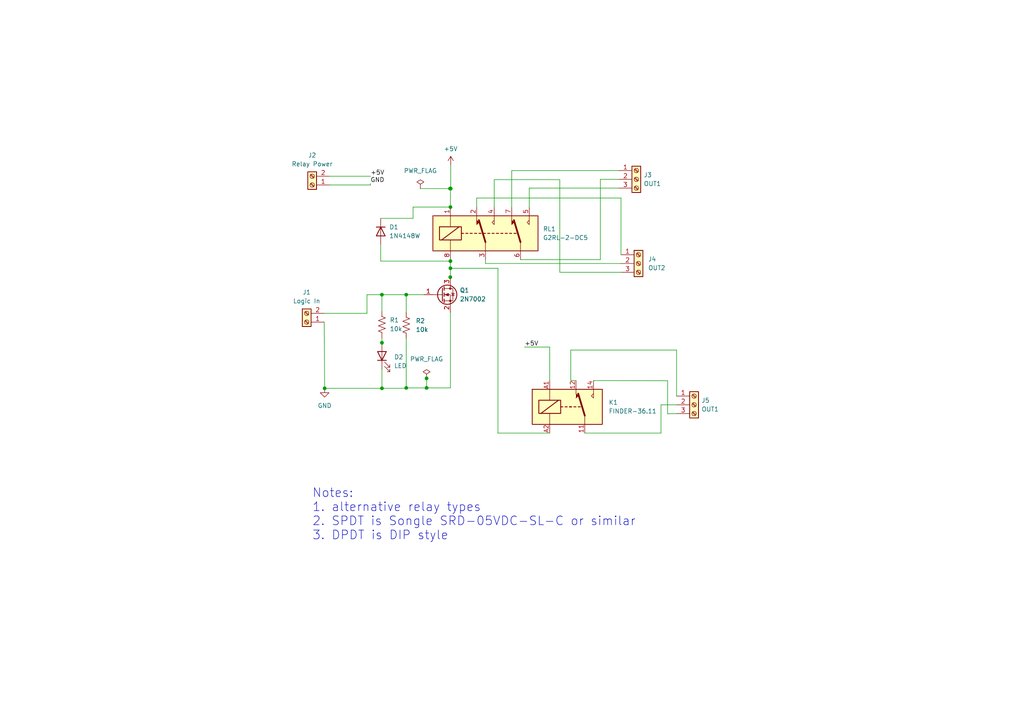
<source format=kicad_sch>
(kicad_sch (version 20211123) (generator eeschema)
  (paper "A4")
  (title_block (title "Single Relay DPDT") (date "2024-05-26") (rev "1.0"))
  (lib_symbols
    (symbol "Connector:Screw_Terminal_01x02" (pin_names (offset 1.016) hide)
      (property "Reference" "J" (at 0 2.54 0))
      (property "Value" "Screw_Terminal_01x02" (at 0 -5.08 0))
      (symbol "Screw_Terminal_01x02_1_1"
        (rectangle (start -1.27 1.27) (end 1.27 -3.81) (stroke (width 0.254)) (fill (type background)))
        (circle (center 0 -2.54) (radius 0.635) (stroke (width 0.1524)))
        (polyline (pts (xy -0.5334 -2.2098) (xy 0.3302 -3.048)) (stroke (width 0.1524)))
        (polyline (pts (xy -0.5334 0.3302) (xy 0.3302 -0.508)) (stroke (width 0.1524)))
        (polyline (pts (xy -0.3556 -2.032) (xy 0.508 -2.8702)) (stroke (width 0.1524)))
        (polyline (pts (xy -0.3556 0.508) (xy 0.508 -0.3302)) (stroke (width 0.1524)))
        (circle (center 0 0) (radius 0.635) (stroke (width 0.1524)))
        (pin passive line (at -5.08 0 0) (length 3.81) (name "Pin_1") (number "1"))
        (pin passive line (at -5.08 -2.54 0) (length 3.81) (name "Pin_2") (number "2"))
      )
    )
    (symbol "Connector:Screw_Terminal_01x03" (pin_names (offset 1.016) hide)
      (property "Reference" "J" (at 0 5.08 0))
      (property "Value" "Screw_Terminal_01x03" (at 0 -5.08 0))
      (symbol "Screw_Terminal_01x03_1_1"
        (rectangle (start -1.27 3.81) (end 1.27 -3.81) (stroke (width 0.254)) (fill (type background)))
        (circle (center 0 -2.54) (radius 0.635) (stroke (width 0.1524)))
        (polyline (pts (xy -0.5334 -2.2098) (xy 0.3302 -3.048)) (stroke (width 0.1524)))
        (polyline (pts (xy -0.5334 0.3302) (xy 0.3302 -0.508)) (stroke (width 0.1524)))
        (polyline (pts (xy -0.5334 2.8702) (xy 0.3302 2.032)) (stroke (width 0.1524)))
        (polyline (pts (xy -0.3556 -2.032) (xy 0.508 -2.8702)) (stroke (width 0.1524)))
        (polyline (pts (xy -0.3556 0.508) (xy 0.508 -0.3302)) (stroke (width 0.1524)))
        (polyline (pts (xy -0.3556 3.048) (xy 0.508 2.2098)) (stroke (width 0.1524)))
        (circle (center 0 0) (radius 0.635) (stroke (width 0.1524)))
        (circle (center 0 2.54) (radius 0.635) (stroke (width 0.1524)))
        (pin passive line (at -5.08 2.54 0) (length 3.81) (name "Pin_1") (number "1"))
        (pin passive line (at -5.08 0 0) (length 3.81) (name "Pin_2") (number "2"))
        (pin passive line (at -5.08 -2.54 0) (length 3.81) (name "Pin_3") (number "3"))
      )
    )
    (symbol "Device:LED" (pin_numbers hide) (pin_names (offset 1.016) hide)
      (property "Reference" "D" (at 0 2.54 0))
      (property "Value" "LED" (at 0 -2.54 0))
      (symbol "LED_0_1"
        (polyline (pts (xy -1.27 -1.27) (xy -1.27 1.27)) (stroke (width 0.254)))
        (polyline (pts (xy -1.27 0) (xy 1.27 0)))
        (polyline (pts (xy 1.27 -1.27) (xy 1.27 1.27) (xy -1.27 0) (xy 1.27 -1.27)) (stroke (width 0.254)))
        (polyline (pts (xy -3.048 -0.762) (xy -4.572 -2.286) (xy -3.81 -2.286) (xy -4.572 -2.286) (xy -4.572 -1.524)))
        (polyline (pts (xy -1.778 -0.762) (xy -3.302 -2.286) (xy -2.54 -2.286) (xy -3.302 -2.286) (xy -3.302 -1.524)))
      )
      (symbol "LED_1_1"
        (pin passive line (at -3.81 0 0) (length 2.54) (name "K") (number "1"))
        (pin passive line (at 3.81 0 180) (length 2.54) (name "A") (number "2"))
      )
    )
    (symbol "Device:R_US" (pin_numbers hide) (pin_names (offset 0))
      (property "Reference" "R" (at 2.54 0 90))
      (property "Value" "R_US" (at -2.54 0 90))
      (symbol "R_US_0_1"
        (polyline (pts (xy 0 -2.286) (xy 0 -2.54)))
        (polyline (pts (xy 0 2.286) (xy 0 2.54)))
        (polyline (pts (xy 0 -0.762) (xy 1.016 -1.143) (xy 0 -1.524) (xy -1.016 -1.905) (xy 0 -2.286)))
        (polyline (pts (xy 0 0.762) (xy 1.016 0.381) (xy 0 0) (xy -1.016 -0.381) (xy 0 -0.762)))
        (polyline (pts (xy 0 2.286) (xy 1.016 1.905) (xy 0 1.524) (xy -1.016 1.143) (xy 0 0.762)))
      )
      (symbol "R_US_1_1"
        (pin passive line (at 0 3.81 270) (length 1.27) (name "~") (number "1"))
        (pin passive line (at 0 -3.81 90) (length 1.27) (name "~") (number "2"))
      )
    )
    (symbol "Diode:1N4148W" (pin_numbers hide) (pin_names hide)
      (property "Reference" "D" (at 0 2.54 0))
      (property "Value" "1N4148W" (at 0 -2.54 0))
      (symbol "1N4148W_0_1"
        (polyline (pts (xy -1.27 1.27) (xy -1.27 -1.27)) (stroke (width 0.254)))
        (polyline (pts (xy 1.27 0) (xy -1.27 0)))
        (polyline (pts (xy 1.27 1.27) (xy 1.27 -1.27) (xy -1.27 0) (xy 1.27 1.27)) (stroke (width 0.254)))
      )
      (symbol "1N4148W_1_1"
        (pin passive line (at -3.81 0 0) (length 2.54) (name "K") (number "1"))
        (pin passive line (at 3.81 0 180) (length 2.54) (name "A") (number "2"))
      )
    )
    (symbol "Relay:FINDER-36.11"
      (property "Reference" "K" (at 11.43 3.81 0))
      (property "Value" "FINDER-36.11" (at 11.43 1.27 0))
      (symbol "FINDER-36.11_0_0"
        (polyline (pts (xy 2.54 3.81) (xy 2.54 5.08)))
        (polyline (pts (xy 7.62 3.81) (xy 7.62 5.08)))
        (polyline (pts (xy 7.62 3.81) (xy 7.62 2.54) (xy 6.985 3.175) (xy 7.62 3.81)))
      )
      (symbol "FINDER-36.11_0_1"
        (rectangle (start -10.16 5.08) (end 10.16 -5.08) (stroke (width 0.254)) (fill (type background)))
        (rectangle (start -8.255 1.905) (end -1.905 -1.905) (stroke (width 0.254)))
        (polyline (pts (xy -7.62 -1.905) (xy -2.54 1.905)) (stroke (width 0.254)))
        (polyline (pts (xy -5.08 -5.08) (xy -5.08 -1.905)))
        (polyline (pts (xy -5.08 5.08) (xy -5.08 1.905)))
        (polyline (pts (xy -1.905 0) (xy -1.27 0)) (stroke (width 0.254)))
        (polyline (pts (xy -0.635 0) (xy 0 0)) (stroke (width 0.254)))
        (polyline (pts (xy 0.635 0) (xy 1.27 0)) (stroke (width 0.254)))
        (polyline (pts (xy 0.635 0) (xy 1.27 0)) (stroke (width 0.254)))
        (polyline (pts (xy 1.905 0) (xy 2.54 0)) (stroke (width 0.254)))
        (polyline (pts (xy 3.175 0) (xy 3.81 0)) (stroke (width 0.254)))
        (polyline (pts (xy 5.08 -2.54) (xy 3.175 3.81)) (stroke (width 0.508)))
        (polyline (pts (xy 5.08 -2.54) (xy 5.08 -5.08)))
        (polyline (pts (xy 2.54 2.54) (xy 3.175 3.175) (xy 2.54 3.81)) (fill (type outline)))
      )
      (symbol "FINDER-36.11_1_1"
        (pin passive line (at 5.08 -7.62 90) (length 2.54) (name "~") (number "11"))
        (pin passive line (at 2.54 7.62 270) (length 2.54) (name "~") (number "12"))
        (pin passive line (at 7.62 7.62 270) (length 2.54) (name "~") (number "14"))
        (pin passive line (at -5.08 7.62 270) (length 2.54) (name "~") (number "A1"))
        (pin passive line (at -5.08 -7.62 90) (length 2.54) (name "~") (number "A2"))
      )
    )
    (symbol "Relay:G2RL-2-DC5"
      (property "Reference" "RL" (at 16.51 3.81 0))
      (property "Value" "G2RL-2-DC5" (at 16.51 1.27 0))
      (symbol "G2RL-2-DC5_0_1"
        (rectangle (start -15.24 5.08) (end 15.24 -5.08) (stroke (width 0.254)) (fill (type background)))
        (rectangle (start -13.335 1.905) (end -6.985 -1.905) (stroke (width 0.254)))
        (polyline (pts (xy -12.7 -1.905) (xy -7.62 1.905)) (stroke (width 0.254)))
        (polyline (pts (xy -10.16 -5.08) (xy -10.16 -1.905)))
        (polyline (pts (xy -10.16 5.08) (xy -10.16 1.905)))
        (polyline (pts (xy -6.985 0) (xy -6.35 0)) (stroke (width 0.254)))
        (polyline (pts (xy -5.715 0) (xy -5.08 0)) (stroke (width 0.254)))
        (polyline (pts (xy -4.445 0) (xy -3.81 0)) (stroke (width 0.254)))
        (polyline (pts (xy -3.175 0) (xy -2.54 0)) (stroke (width 0.254)))
        (polyline (pts (xy -1.905 0) (xy -1.27 0)) (stroke (width 0.254)))
        (polyline (pts (xy -0.635 0) (xy 0 0)) (stroke (width 0.254)))
        (polyline (pts (xy 0 -2.54) (xy -1.905 3.81)) (stroke (width 0.508)))
        (polyline (pts (xy 0 -2.54) (xy 0 -5.08)))
        (polyline (pts (xy 0.635 0) (xy 1.27 0)) (stroke (width 0.254)))
        (polyline (pts (xy 1.905 0) (xy 2.54 0)) (stroke (width 0.254)))
        (polyline (pts (xy 3.175 0) (xy 3.81 0)) (stroke (width 0.254)))
        (polyline (pts (xy 4.445 0) (xy 5.08 0)) (stroke (width 0.254)))
        (polyline (pts (xy 5.715 0) (xy 6.35 0)) (stroke (width 0.254)))
        (polyline (pts (xy 6.985 0) (xy 7.62 0)) (stroke (width 0.254)))
        (polyline (pts (xy 8.255 0) (xy 8.89 0)) (stroke (width 0.254)))
        (polyline (pts (xy 10.16 -2.54) (xy 8.255 3.81)) (stroke (width 0.508)))
        (polyline (pts (xy 10.16 -2.54) (xy 10.16 -5.08)))
        (polyline (pts (xy -2.54 5.08) (xy -2.54 2.54) (xy -1.905 3.175) (xy -2.54 3.81)) (fill (type outline)))
        (polyline (pts (xy 2.54 5.08) (xy 2.54 2.54) (xy 1.905 3.175) (xy 2.54 3.81)))
        (polyline (pts (xy 7.62 5.08) (xy 7.62 2.54) (xy 8.255 3.175) (xy 7.62 3.81)) (fill (type outline)))
        (polyline (pts (xy 12.7 5.08) (xy 12.7 2.54) (xy 12.065 3.175) (xy 12.7 3.81)))
      )
      (symbol "G2RL-2-DC5_1_1"
        (pin passive line (at -10.16 7.62 270) (length 2.54) (name "~") (number "1"))
        (pin passive line (at -2.54 7.62 270) (length 2.54) (name "~") (number "2"))
        (pin passive line (at 0 -7.62 90) (length 2.54) (name "~") (number "3"))
        (pin passive line (at 2.54 7.62 270) (length 2.54) (name "~") (number "4"))
        (pin passive line (at 12.7 7.62 270) (length 2.54) (name "~") (number "5"))
        (pin passive line (at 10.16 -7.62 90) (length 2.54) (name "~") (number "6"))
        (pin passive line (at 7.62 7.62 270) (length 2.54) (name "~") (number "7"))
        (pin passive line (at -10.16 -7.62 90) (length 2.54) (name "~") (number "8"))
      )
    )
    (symbol "Transistor_FET:2N7002" (pin_names hide)
      (property "Reference" "Q" (at 5.08 1.905 0))
      (property "Value" "2N7002" (at 5.08 0 0))
      (symbol "2N7002_0_1"
        (polyline (pts (xy 0.254 0) (xy -2.54 0)))
        (polyline (pts (xy 0.254 1.905) (xy 0.254 -1.905)) (stroke (width 0.254)))
        (polyline (pts (xy 0.762 -1.27) (xy 0.762 -2.286)) (stroke (width 0.254)))
        (polyline (pts (xy 0.762 0.508) (xy 0.762 -0.508)) (stroke (width 0.254)))
        (polyline (pts (xy 0.762 2.286) (xy 0.762 1.27)) (stroke (width 0.254)))
        (polyline (pts (xy 2.54 2.54) (xy 2.54 1.778)))
        (polyline (pts (xy 2.54 -2.54) (xy 2.54 0) (xy 0.762 0)))
        (polyline (pts (xy 0.762 -1.778) (xy 3.302 -1.778) (xy 3.302 1.778) (xy 0.762 1.778)))
        (polyline (pts (xy 1.016 0) (xy 2.032 0.381) (xy 2.032 -0.381) (xy 1.016 0)) (fill (type outline)))
        (polyline (pts (xy 2.794 0.508) (xy 2.921 0.381) (xy 3.683 0.381) (xy 3.81 0.254)))
        (polyline (pts (xy 3.302 0.381) (xy 2.921 -0.254) (xy 3.683 -0.254) (xy 3.302 0.381)))
        (circle (center 1.651 0) (radius 2.794) (stroke (width 0.254)))
        (circle (center 2.54 -1.778) (radius 0.254) (fill (type outline)))
        (circle (center 2.54 1.778) (radius 0.254) (fill (type outline)))
      )
      (symbol "2N7002_1_1"
        (pin input line (at -5.08 0 0) (length 2.54) (name "G") (number "1"))
        (pin passive line (at 2.54 -5.08 90) (length 2.54) (name "S") (number "2"))
        (pin passive line (at 2.54 5.08 270) (length 2.54) (name "D") (number "3"))
      )
    )
    (symbol "power:+5V" (power) (pin_names (offset 0))
      (property "Value" "+5V" (at 0 3.556 0))
      (symbol "+5V_0_1"
        (polyline (pts (xy -0.762 1.27) (xy 0 2.54)))
        (polyline (pts (xy 0 0) (xy 0 2.54)))
        (polyline (pts (xy 0 2.54) (xy 0.762 1.27)))
      )
      (symbol "+5V_1_1"
        (pin power_in line (at 0 0 90) (length 0) hide (name "+5V") (number "1"))
      )
    )
    (symbol "power:GND" (power) (pin_names (offset 0))
      (property "Value" "GND" (at 0 -3.81 0))
      (symbol "GND_0_1"
        (polyline (pts (xy 0 0) (xy 0 -1.27) (xy 1.27 -1.27) (xy 0 -2.54) (xy -1.27 -1.27) (xy 0 -1.27)))
      )
      (symbol "GND_1_1"
        (pin power_in line (at 0 0 270) (length 0) hide (name "GND") (number "1"))
      )
    )
    (symbol "power:PWR_FLAG" (power) (pin_numbers hide) (pin_names (offset 0) hide)
      (property "Value" "PWR_FLAG" (at 0 3.81 0))
      (symbol "PWR_FLAG_0_0"
        (pin power_out line (at 0 0 90) (length 0) (name "pwr") (number "1"))
      )
      (symbol "PWR_FLAG_0_1"
        (polyline (pts (xy 0 0) (xy 0 1.27) (xy -1.016 1.905) (xy 0 2.54) (xy 1.016 1.905) (xy 0 1.27)))
      )
    )
  )
  (junction (at 94.1574 112.6275))
  (junction (at 130.6424 60.0618))
  (junction (at 130.7294 54.6966))
  (junction (at 130.6424 77.8064))
  (junction (at 123.7223 109.7443))
  (junction (at 117.8243 112.5097))
  (junction (at 130.5952 80.3932))
  (junction (at 110.7778 112.6275))
  (junction (at 110.7686 85.4732))
  (junction (at 110.7778 99.4283))
  (junction (at 117.8243 85.4732))
  (junction (at 130.6424 54.6966))
  (junction (at 130.5288 54.6966))
  (junction (at 130.6424 75.7353))
  (junction (at 123.7347 112.5097))
  (wire (pts (xy 130.6423 90.5532) (xy 130.6423 112.5097)))
  (wire (pts (xy 117.8243 112.5097) (xy 117.8243 98.1431)))
  (wire (pts (xy 130.6424 75.3018) (xy 130.6424 75.7353)))
  (wire (pts (xy 165.5462 110.3726) (xy 167.0652 110.3726)))
  (wire (pts (xy 94.1574 112.6275) (xy 94.0308 93.4212)))
  (wire (pts (xy 130.5288 54.6966) (xy 130.6424 54.6966)))
  (wire (pts (xy 110.4185 75.7353) (xy 130.6424 75.7353)))
  (wire (pts (xy 169.6052 125.6126) (xy 191.7195 125.6126)))
  (wire (pts (xy 159.4452 125.6126) (xy 144.4329 125.6126)))
  (wire (pts (xy 153.5024 54.5552) (xy 179.4836 54.5552)))
  (wire (pts (xy 148.4224 49.4752) (xy 179.4836 49.4752)))
  (wire (pts (xy 106.4384 90.8812) (xy 94.0308 90.8812)))
  (wire (pts (xy 174.1334 52.0152) (xy 179.4836 52.0152)))
  (wire (pts (xy 110.7686 85.4732) (xy 117.8243 85.4732)))
  (wire (pts (xy 180.1097 78.9712) (xy 162.3638 78.9712)))
  (wire (pts (xy 196.2365 114.8755) (xy 196.2365 101.537)))
  (wire (pts (xy 123.7347 112.5097) (xy 123.7347 109.7443)))
  (wire (pts (xy 130.6424 60.0618) (xy 130.6424 54.6966)))
  (wire (pts (xy 106.4384 85.4732) (xy 106.4384 90.8812)))
  (wire (pts (xy 117.8243 85.4732) (xy 117.8243 90.5231)))
  (wire (pts (xy 121.923 54.6966) (xy 130.5288 54.6966)))
  (wire (pts (xy 110.7778 112.6275) (xy 117.8243 112.6275)))
  (wire (pts (xy 110.7686 97.9304) (xy 110.7686 99.4283)))
  (wire (pts (xy 148.4224 60.0618) (xy 148.4224 49.4752)))
  (wire (pts (xy 119.8081 60.0618) (xy 130.6424 60.0618)))
  (wire (pts (xy 130.6424 75.7353) (xy 130.6424 77.8064)))
  (wire (pts (xy 123.7347 109.7443) (xy 123.7223 109.7443)))
  (wire (pts (xy 144.4329 77.8064) (xy 130.6424 77.8064)))
  (wire (pts (xy 130.6424 80.3932) (xy 130.5952 80.3932)))
  (wire (pts (xy 110.4185 63.3301) (xy 119.8081 63.3301)))
  (wire (pts (xy 140.8024 76.4312) (xy 180.1097 76.4312)))
  (wire (pts (xy 165.5462 101.537) (xy 165.5462 110.3726)))
  (wire (pts (xy 143.3424 52.106) (xy 143.3424 60.0618)))
  (wire (pts (xy 193.6389 120.0188) (xy 193.6389 110.4359)))
  (wire (pts (xy 110.7778 112.6275) (xy 110.7778 107.0483)))
  (wire (pts (xy 123.7347 112.5097) (xy 117.8243 112.5097)))
  (wire (pts (xy 140.8024 75.3018) (xy 140.8024 76.4312)))
  (wire (pts (xy 144.4329 125.6126) (xy 144.4329 77.8064)))
  (wire (pts (xy 117.8243 85.4732) (xy 122.9752 85.4732)))
  (wire (pts (xy 191.7195 117.4155) (xy 196.2365 117.4155)))
  (wire (pts (xy 107.4411 51.1095) (xy 107.4411 51.0834)))
  (wire (pts (xy 150.9624 75.3018) (xy 174.1334 75.3018)))
  (wire (pts (xy 106.4384 85.4732) (xy 110.7686 85.4732)))
  (wire (pts (xy 130.6423 112.5097) (xy 123.7347 112.5097)))
  (wire (pts (xy 94.1574 112.6275) (xy 110.7778 112.6275)))
  (wire (pts (xy 95.629 51.1095) (xy 107.4411 51.1095)))
  (wire (pts (xy 130.7294 47.8744) (xy 130.7294 54.6966)))
  (wire (pts (xy 162.3638 52.106) (xy 143.3424 52.106)))
  (wire (pts (xy 174.1334 75.3018) (xy 174.1334 52.0152)))
  (wire (pts (xy 138.2624 57.4343) (xy 180.1097 57.4343)))
  (wire (pts (xy 138.2624 60.0618) (xy 138.2624 57.4343)))
  (wire (pts (xy 110.7686 85.4372) (xy 110.7686 85.4732)))
  (wire (pts (xy 130.6423 90.5532) (xy 130.5952 90.5532)))
  (wire (pts (xy 117.8243 112.6275) (xy 117.8243 112.5097)))
  (wire (pts (xy 191.7195 125.6126) (xy 191.7195 117.4155)))
  (wire (pts (xy 110.7686 99.4283) (xy 110.7778 99.4283)))
  (wire (pts (xy 193.6389 110.4359) (xy 172.1452 110.3726)))
  (wire (pts (xy 196.2365 101.537) (xy 165.5462 101.537)))
  (wire (pts (xy 159.4452 100.6645) (xy 152.1104 100.6645)))
  (wire (pts (xy 119.8081 63.3301) (xy 119.8081 60.0618)))
  (wire (pts (xy 110.4185 70.9501) (xy 110.4185 75.7353)))
  (wire (pts (xy 159.4452 110.3726) (xy 159.4452 100.6645)))
  (wire (pts (xy 107.4411 53.6495) (xy 107.4411 53.2178)))
  (wire (pts (xy 110.7686 85.4732) (xy 110.7686 90.3104)))
  (wire (pts (xy 193.6389 120.0188) (xy 196.2365 119.9555)))
  (wire (pts (xy 130.6424 77.8064) (xy 130.6424 80.3932)))
  (wire (pts (xy 130.7294 54.6966) (xy 130.6424 54.6966)))
  (wire (pts (xy 162.3638 78.9712) (xy 162.3638 52.106)))
  (wire (pts (xy 180.1097 57.4343) (xy 180.1097 73.8912)))
  (wire (pts (xy 153.5024 60.0618) (xy 153.5024 54.5552)))
  (wire (pts (xy 95.629 53.6495) (xy 107.4411 53.6495)))
  (text "Notes:\n1. alternative relay types \n2. SPDT is Songle SRD-05VDC-SL-C or similar\n3. DPDT is DIP style " (at 90.5157 156.85 0) (effects (font (size 2.54 2.54)) (justify left bottom)))
  (label "GND" (at 107.4411 53.2178 0))
  (label "+5V" (at 152.1104 100.6645 0))
  (label "+5V" (at 107.4411 51.0834 0))
  (symbol (lib_id "Connector:Screw_Terminal_01x02") (at 88.9508 93.4212 180) (unit 1)
    (property "Reference" "J1" (at 88.9508 84.7732 0))
    (property "Value" "Logic In" (at 88.9508 87.3132 0))
    (property "Footprint" "TerminalBlock_Phoenix:TerminalBlock_Phoenix_PT-1,5-2-3.5-H_1x02_P3.50mm_Horizontal" (effects hide))
  )
  (symbol (lib_id "Relay:G2RL-2-DC5") (at 140.8024 67.6818 0) (unit 1)
    (property "Reference" "RL1" (at 157.48 66.4117 0) (effects (justify left)))
    (property "Value" "G2RL-2-DC5" (at 157.48 68.9517 0) (effects (justify left)))
    (property "Footprint" "Relay_THT:Relay_DPDT_Omron_G2RL" (effects hide))
    (property "Datasheet" "https://omronfs.omron.com/en_US/ecb/products/pdf/en-g2rl.pdf" (effects hide))
  )
  (symbol (lib_id "Connector:Screw_Terminal_01x03") (at 185.1897 76.4312 0) (unit 1)
    (property "Reference" "J4" (at 187.96 75.1611 0) (effects (justify left)))
    (property "Value" "OUT2" (at 187.96 77.7011 0) (effects (justify left)))
    (property "Footprint" "TerminalBlock_Phoenix:TerminalBlock_Phoenix_PT-1,5-3-3.5-H_1x03_P3.50mm_Horizontal" (effects hide))
  )
  (symbol (lib_id "Relay:FINDER-36.11") (at 164.5252 117.9926 0) (unit 1)
    (property "Reference" "K1" (at 176.53 116.7225 0) (effects (justify left)))
    (property "Value" "FINDER-36.11" (at 176.53 119.2625 0) (effects (justify left)))
    (property "Footprint" "Relay_THT:Relay_SPDT_Finder_36.11" (effects hide))
    (property "Datasheet" "https://gfinder.findernet.com/public/attachments/36/EN/S36EN.pdf" (effects hide))
  )
  (symbol (lib_id "Device:R_US") (at 110.7686 94.1204 0) (unit 1)
    (property "Reference" "R1" (at 113.03 92.8503 0) (effects (justify left)))
    (property "Value" "10k" (at 113.03 95.3903 0) (effects (justify left)))
    (property "Footprint" "Resistor_SMD:R_1206_3216Metric" (effects hide))
  )
  (symbol (lib_id "Device:LED") (at 110.7778 103.2383 90) (unit 1)
    (property "Reference" "D2" (at 114.3 103.5557 90) (effects (justify right)))
    (property "Value" "LED" (at 114.3 106.0957 90) (effects (justify right)))
    (property "Footprint" "LED_THT:LED_D3.0mm_Clear" (effects hide))
  )
  (symbol (lib_id "power:PWR_FLAG") (at 121.923 54.6966 0) (unit 1)
    (property "Reference" "#FLG01" (effects hide))
    (property "Value" "PWR_FLAG" (at 121.923 49.53 0))
  )
  (symbol (lib_id "power:+5V") (at 130.7294 47.8744 0) (unit 1)
    (property "Reference" "#PWR02" (effects hide))
    (property "Value" "+5V" (at 130.7294 43.18 0))
  )
  (symbol (lib_id "Transistor_FET:2N7002") (at 128.0552 85.4732 0) (unit 1)
    (property "Reference" "Q1" (at 133.35 84.2031 0) (effects (justify left)))
    (property "Value" "2N7002" (at 133.35 86.7431 0) (effects (justify left)))
    (property "Footprint" "Package_TO_SOT_SMD:SOT-23" (effects hide))
    (property "Datasheet" "https://www.onsemi.com/pub/Collateral/NDS7002A-D.PDF" (effects hide))
  )
  (symbol (lib_id "power:PWR_FLAG") (at 123.7223 109.7443 0) (unit 1)
    (property "Reference" "#FLG02" (effects hide))
    (property "Value" "PWR_FLAG" (at 123.7223 104.14 0))
  )
  (symbol (lib_id "power:GND") (at 94.1574 112.6275 0) (unit 1)
    (property "Reference" "#PWR01" (effects hide))
    (property "Value" "GND" (at 94.1574 117.6484 0))
  )
  (symbol (lib_id "Diode:1N4148W") (at 110.4185 67.1401 270) (unit 1)
    (property "Reference" "D1" (at 112.8863 65.87 90) (effects (justify left)))
    (property "Value" "1N4148W" (at 112.8863 68.41 90) (effects (justify left)))
    (property "Footprint" "Diode_SMD:D_SOD-123" (effects hide))
    (property "Datasheet" "https://www.vishay.com/docs/85748/1n4148w.pdf" (effects hide))
  )
  (symbol (lib_id "Device:R_US") (at 117.8243 94.3331 0) (unit 1)
    (property "Reference" "R2" (at 120.5791 93.063 0) (effects (justify left)))
    (property "Value" "10k" (at 120.5791 95.603 0) (effects (justify left)))
    (property "Footprint" "Resistor_SMD:R_1206_3216Metric" (effects hide))
  )
  (symbol (lib_id "Connector:Screw_Terminal_01x03") (at 184.5636 52.0152 0) (unit 1)
    (property "Reference" "J3" (at 186.69 50.7451 0) (effects (justify left)))
    (property "Value" "OUT1" (at 186.69 53.2851 0) (effects (justify left)))
    (property "Footprint" "TerminalBlock_Phoenix:TerminalBlock_Phoenix_PT-1,5-3-3.5-H_1x03_P3.50mm_Horizontal" (effects hide))
  )
  (symbol (lib_id "Connector:Screw_Terminal_01x03") (at 201.3165 117.4155 0) (unit 1)
    (property "Reference" "J5" (at 203.4429 116.1454 0) (effects (justify left)))
    (property "Value" "OUT1" (at 203.4429 118.6854 0) (effects (justify left)))
    (property "Footprint" "TerminalBlock_Phoenix:TerminalBlock_Phoenix_PT-1,5-3-3.5-H_1x03_P3.50mm_Horizontal" (effects hide))
  )
  (symbol (lib_id "Connector:Screw_Terminal_01x02") (at 90.549 53.6495 180) (unit 1)
    (property "Reference" "J2" (at 90.549 45.029 0))
    (property "Value" "Relay Power" (at 90.549 47.569 0))
    (property "Footprint" "TerminalBlock_Phoenix:TerminalBlock_Phoenix_PT-1,5-2-3.5-H_1x02_P3.50mm_Horizontal" (effects hide))
  )
)
</source>
